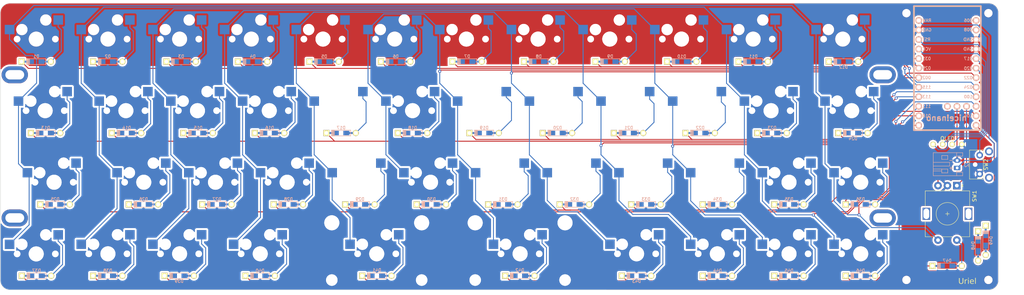
<source format=kicad_pcb>
(kicad_pcb (version 20241229) (generator "pcbnew") (generator_version "9.0")
  (title_block (title "Uriel v3") (date "2025-12-29"))
  (layers (0 "F.Cu" signal) (2 "B.Cu" signal) (13 "F.Paste" user) (15 "B.Paste" user) (5 "F.SilkS" user "F.Silkscreen") (7 "B.SilkS" user "B.Silkscreen") (1 "F.Mask" user) (3 "B.Mask" user) (25 "Edge.Cuts" user))
  (net 0 "")
  (net 1 "Net-(D1-A)")
  (net 2 "row0")
  (net 3 "Net-(D2-A)")
  (net 4 "Net-(D3-A)")
  (net 5 "Net-(D4-A)")
  (net 6 "Net-(D5-A)")
  (net 7 "Net-(D6-A)")
  (net 8 "Net-(D7-A)")
  (net 9 "Net-(D8-A)")
  (net 10 "Net-(D9-A)")
  (net 11 "Net-(D10-A)")
  (net 12 "Net-(D11-A)")
  (net 13 "Net-(D12-A)")
  (net 14 "Net-(D13-A)")
  (net 15 "row1")
  (net 16 "Net-(D14-A)")
  (net 17 "Net-(D15-A)")
  (net 18 "Net-(D16-A)")
  (net 19 "Net-(D17-A)")
  (net 20 "Net-(D18-A)")
  (net 21 "Net-(D19-A)")
  (net 22 "row5")
  (net 23 "Net-(D20-A)")
  (net 24 "Net-(D21-A)")
  (net 25 "Net-(D22-A)")
  (net 26 "Net-(D23-A)")
  (net 27 "Net-(D24-A)")
  (net 28 "Net-(D25-A)")
  (net 29 "row2")
  (net 30 "Net-(D26-A)")
  (net 31 "Net-(D27-A)")
  (net 32 "Net-(D28-A)")
  (net 33 "Net-(D29-A)")
  (net 34 "Net-(D30-A)")
  (net 35 "Net-(D31-A)")
  (net 36 "row6")
  (net 37 "Net-(D32-A)")
  (net 38 "Net-(D33-A)")
  (net 39 "Net-(D34-A)")
  (net 40 "Net-(D35-A)")
  (net 41 "Net-(D36-A)")
  (net 42 "Net-(D37-A)")
  (net 43 "row3")
  (net 44 "Net-(D38-A)")
  (net 45 "Net-(D39-A)")
  (net 46 "Net-(D40-A)")
  (net 47 "Net-(D41-A)")
  (net 48 "Net-(D42-A)")
  (net 49 "Net-(D43-A)")
  (net 50 "Net-(D44-A)")
  (net 51 "Net-(D45-A)")
  (net 52 "Net-(D46-A)")
  (net 53 "Net-(D47-A)")
  (net 54 "SDA")
  (net 55 "SCL")
  (net 56 "VCC")
  (net 57 "GND")
  (net 58 "col0")
  (net 59 "col1")
  (net 60 "col2")
  (net 61 "col3")
  (net 62 "col4")
  (net 63 "col5")
  (net 64 "RST")
  (net 65 "row7")
  (net 66 "row4")
  (net 67 "rot1")
  (net 68 "rot0")
  (net 69 "Net-(J2-Pin_1)")
  (footprint "Keebio:Diode-Hybrid-Back" (layer "F.Cu") (at 120 75.5 180)
    (property "Reference" "D6")
    (property "Value" "D" (hide yes))
  )
  (footprint "kbd:OLED_v2" (layer "F.Cu") (at 266.6125 97.5)
    (property "Reference" "J1")
    (property "Value" "SSD1306_OLED" (hide yes))
  )
  (footprint "mx footprints:MXOnly-1U-Hotswap" (layer "F.Cu") (at 176.9 69.5)
    (property "Reference" "K9")
    (property "Value" "KEYSW")
  )
  (footprint "Keebio:Diode-Hybrid-Back" (layer "F.Cu") (at 62.5 132.5 180)
    (property "Reference" "D39")
    (property "Value" "D" (hide yes))
  )
  (footprint "Keebio:Diode-Hybrid-Back" (layer "F.Cu") (at 177 75.5 180)
    (property "Reference" "D9")
    (property "Value" "D" (hide yes))
  )
  (footprint "Keebio:Diode-Hybrid-Back" (layer "F.Cu") (at 224.5 113.5 180)
    (property "Reference" "D35")
    (property "Value" "D" (hide yes))
  )
  (footprint "Keebio:Diode-Hybrid-Back" (layer "F.Cu") (at 163 94.5 180)
    (property "Reference" "D20")
    (property "Value" "D" (hide yes))
  )
  (footprint "Keebio:Diode-Hybrid-Back" (layer "F.Cu") (at 24.5 75.5 180)
    (property "Reference" "D1")
    (property "Value" "D" (hide yes))
  )
  (footprint "mx footprints:MXOnly-1U-Hotswap" (layer "F.Cu") (at 110.225 107.6)
    (property "Reference" "K29")
    (property "Value" "KEYSW")
  )
  (footprint "mx footprints:MXOnly-1U-Hotswap" (layer "F.Cu") (at 43.55 126.65)
    (property "Reference" "K38")
    (property "Value" "KEYSW")
  )
  (footprint "mx footprints:MXOnly-2U-Hotswap-ReversedStabilizers" (layer "F.Cu") (at 153.075 126.65)
    (property "Reference" "K42")
    (property "Value" "KEYSW")
  )
  (footprint "mx footprints:MXOnly-1U-Hotswap" (layer "F.Cu") (at 195.95 69.5)
    (property "Reference" "K10")
    (property "Value" "KEYSW")
  )
  (footprint "Keyboard Parts:PKRH" (layer "F.Cu") (at 249.4 117.1)
    (property "Reference" "Mnt" (hide yes))
    (property "Value" "PKRH")
  )
  (footprint "Keebio:Diode-Hybrid-Back" (layer "F.Cu") (at 148.5 113.5 180)
    (property "Reference" "D31")
    (property "Value" "D" (hide yes))
  )
  (footprint "Keebio:Diode-Hybrid-Back" (layer "F.Cu") (at 72.5 113.5 180)
    (property "Reference" "D27")
    (property "Value" "D" (hide yes))
  )
  (footprint "Keebio:Diode-Hybrid-Back" (layer "F.Cu") (at 196 75.5 180)
    (property "Reference" "D10")
    (property "Value" "D" (hide yes))
  )
  (footprint "Keebio:Diode-Hybrid-Back" (layer "F.Cu") (at 215 75.5 180)
    (property "Reference" "D11")
    (property "Value" "D" (hide yes))
  )
  (footprint "MountingHole:MountingHole_2.2mm_M2" (layer "F.Cu") (at 255.725 133.6)
    (property "Reference" "Acryl Mount" (hide yes))
    (property "Value" "MountingHole_2.2mm_M2")
  )
  (footprint "mx footprints:MXOnly-1.25U-Hotswap" (layer "F.Cu") (at 184.025 126.65)
    (property "Reference" "K43")
    (property "Value" "KEYSW")
  )
  (footprint "Keebio:Diode-Hybrid-Back" (layer "F.Cu") (at 115 132.5 180)
    (property "Reference" "D41")
    (property "Value" "D" (hide yes))
  )
  (footprint "Keebio:Diode-Hybrid-Back" (layer "F.Cu") (at 205.5 113.5 180)
    (property "Reference" "D34")
    (property "Value" "D" (hide yes))
  )
  (footprint "Keebio:Diode-Hybrid-Back" (layer "F.Cu") (at 241.5 94.5 180)
    (property "Reference" "D24")
    (property "Value" "D" (hide yes))
  )
  (footprint "Keebio:Diode-Hybrid-Back" (layer "F.Cu") (at 274.77 124.54 90)
    (property "Reference" "D48")
    (property "Value" "D" (hide yes))
  )
  (footprint "mx footprints:MXOnly-1U-Hotswap" (layer "F.Cu") (at 91.175 107.6)
    (property "Reference" "K28")
    (property "Value" "KEYSW")
  )
  (footprint "mx footprints:MXOnly-1U-Hotswap" (layer "F.Cu") (at 148.325 107.6)
    (property "Reference" "K31")
    (property "Value" "KEYSW")
  )
  (footprint "Keebio:Diode-Hybrid-Back" (layer "F.Cu") (at 110.5 113.5 180)
    (property "Reference" "D29")
    (property "Value" "D" (hide yes))
  )
  (footprint "mx footprints:MXOnly-1U-Hotswap" (layer "F.Cu") (at 143.55 88.55)
    (property "Reference" "K19")
    (property "Value" "KEYSW")
  )
  (footprint "Keebio:Diode-Hybrid-Back" (layer "F.Cu") (at 205.5 132.5 180)
    (property "Reference" "D44")
    (property "Value" "D" (hide yes))
  )
  (footprint "mx footprints:MXOnly-1U-Hotswap" (layer "F.Cu") (at 43.55 69.5)
    (property "Reference" "K2")
    (property "Value" "KEYSW")
  )
  (footprint "mx footprints:MXOnly-1U-Hotswap" (layer "F.Cu") (at 62.6 126.65)
    (property "Reference" "K39")
    (property "Value" "KEYSW")
  )
  (footprint "mx footprints:MXOnly-1U-Hotswap" (layer "F.Cu") (at 24.5 126.675)
    (property "Reference" "K37")
    (property "Value" "KEYSW")
  )
  (footprint "Keebio:Diode-Hybrid-Back" (layer "F.Cu") (at 143.5 94.5 180)
    (property "Reference" "D19")
    (property "Value" "D" (hide yes))
  )
  (footprint "Keebio:Diode-Hybrid-Back" (layer "F.Cu") (at 158 75.5 180)
    (property "Reference" "D8")
    (property "Value" "D" (hide yes))
  )
  (footprint "MountingHole:MountingHole_2.2mm_M2" (layer "F.Cu") (at 277.5 133.6)
    (property "Reference" "Acryl Mount" (hide yes))
    (property "Value" "MountingHole_2.2mm_M2")
  )
  (footprint "mx footprints:MXOnly-1U-Hotswap" (layer "F.Cu") (at 243.575 126.65)
    (property "Reference" "K46")
    (property "Value" "KEYSW")
  )
  (footprint "mx footprints:MXOnly-1U-Hotswap" (layer "F.Cu") (at 200.7 88.55)
    (property "Reference" "K22")
    (property "Value" "KEYSW")
  )
  (footprint "Keebio:Diode-Hybrid-Back" (layer "F.Cu") (at 48.5 94.5 180)
    (property "Reference" "D14")
    (property "Value" "D" (hide yes))
  )
  (footprint "Keebio:Diode-Hybrid-Back" (layer "F.Cu") (at 200.9 94.5 180)
    (property "Reference" "D22")
    (property "Value" "D" (hide yes))
  )
  (footprint "Keebio:Diode-Hybrid-Back" (layer "F.Cu") (at 82 75.5 180)
    (property "Reference" "D4")
    (property "Value" "D" (hide yes))
  )
  (footprint "Keebio:RotaryEncoder_Alps_EC11E-Switch_Vertical_H20mm" (layer "F.Cu") (at 266.6125 116 -90)
    (property "Reference" "SW1")
    (property "Value" "RotaryEncoder_Switch")
  )
  (footprint "mx footprints:MXOnly-1U-Hotswap" (layer "F.Cu") (at 48.325 88.55)
    (property "Reference" "K14")
    (property "Value" "KEYSW")
  )
  (footprint "mx footprints:MXOnly-1U-Hotswap" (layer "F.Cu") (at 24.5 69.5)
    (property "Reference" "K1")
    (property "Value" "KEYSW")
  )
  (footprint "mx footprints:MXOnly-1U-Hotswap" (layer "F.Cu") (at 67.35 88.55)
    (property "Reference" "K15")
    (property "Value" "KEYSW")
  )
  (footprint "mx footprints:MXOnly-1U-Hotswap" (layer "F.Cu") (at 243.575 107.6)
    (property "Reference" "K36")
    (property "Value" "KEYSW")
  )
  (footprint "mx footprints:MXOnly-1.5U-Hotswap" (layer "F.Cu") (at 238.8 69.5)
    (property "Reference" "K12")
    (property "Value" "KEYSW")
  )
  (footprint "mx footprints:MXOnly-1U-Hotswap" (layer "F.Cu") (at 124.5 88.55)
    (property "Reference" "K18")
    (property "Value" "KEYSW")
  )
  (footprint "mx footprints:MXOnly-1U-Hotswap" (layer "F.Cu") (at 215 69.5)
    (property "Reference" "K11")
    (property "Value" "KEYSW")
  )
  (footprint "Keebio:Diode-Hybrid-Back" (layer "F.Cu") (at 167.5 113.5 180)
    (property "Reference" "D32")
    (property "Value" "D" (hide yes))
  )
  (footprint "Keebio:Diode-Hybrid-Back" (layer "F.Cu") (at 276.78 123.07 90)
    (property "Reference" "D49")
    (property "Value" "D" (hide yes))
  )
  (footprint "Keebio:Diode-Hybrid-Back" (layer "F.Cu") (at 43.5 75.5 180)
    (property "Reference" "D2")
    (property "Value" "D" (hide yes))
  )
  (footprint "Keyboard Parts:PKRH" (layer "F.Cu") (at 248.8 79)
    (property "Reference" "Mnt" (hide yes))
    (property "Value" "PKRH")
  )
  (footprint "Keebio:Diode-Hybrid-Back" (layer "F.Cu") (at 53 113.5 180)
    (property "Reference" "D26")
    (property "Value" "D" (hide yes))
  )
  (footprint "mx footprints:MXOnly-1U-Hotswap" (layer "F.Cu") (at 100.7 69.5)
    (property "Reference" "K5")
    (property "Value" "KEYSW")
  )
  (footprint "mx footprints:MXOnly-1U-Hotswap" (layer "F.Cu") (at 205.475 126.65)
    (property "Reference" "K44")
    (property "Value" "KEYSW")
  )
  (footprint "Keebio:Diode-Hybrid-Back" (layer "F.Cu") (at 29.5 113.5 180)
    (property "Reference" "D25")
    (property "Value" "D" (hide yes))
  )
  (footprint "mx footprints:MXOnly-1U-Hotswap" (layer "F.Cu") (at 157.85 69.5)
    (property "Reference" "K8")
    (property "Value" "KEYSW")
  )
  (footprint "mx footprints:MXOnly-1U-Hotswap" (layer "F.Cu") (at 129.275 107.6)
    (property "Reference" "K30")
    (property "Value" "KEYSW")
  )
  (footprint "mx footprints:MXOnly-1U-Hotswap" (layer "F.Cu") (at 167.375 107.6)
    (property "Reference" "K32")
    (property "Value" "KEYSW")
  )
  (footprint "mx footprints:MXOnly-1U-Hotswap" (layer "F.Cu") (at 224.525 126.65)
    (property "Reference" "K45")
    (property "Value" "KEYSW")
  )
  (footprint "mx footprints:MXOnly-1U-Hotswap" (layer "F.Cu") (at 81.65 69.5)
    (property "Reference" "K4")
    (property "Value" "KEYSW")
  )
  (footprint "Keebio:Diode-Hybrid-Back" (layer "F.Cu") (at 101 75.5 180)
    (property "Reference" "D5")
    (property "Value" "D" (hide yes))
  )
  (footprint "Keebio:Diode-Hybrid-Back" (layer "F.Cu") (at 224.5 132.5 180)
    (property "Reference" "D45")
    (property "Value" "D" (hide yes))
  )
  (footprint "mx footprints:MXOnly-1.25U-Hotswap" (layer "F.Cu") (at 84.025 126.65)
    (property "Reference" "K40")
    (property "Value" "KEYSW")
  )
  (footprint "Keebio:Diode-Hybrid-Back" (layer "F.Cu") (at 239 75.5 180)
    (property "Reference" "D12")
    (property "Value" "D" (hide yes))
  )
  (footprint "mx footprints:MXOnly-1U-Hotswap" (layer "F.Cu") (at 105.45 88.55)
    (property "Reference" "K17")
    (property "Value" "KEYSW")
  )
  (footprint "mx footprints:MXOnly-1U-Hotswap" (layer "F.Cu") (at 62.6 69.5)
    (property "Reference" "K3")
    (property "Value" "KEYSW")
  )
  (footprint "mx footprints:MXOnly-1U-Hotswap" (layer "F.Cu") (at 181.65 88.55)
    (property "Reference" "K21")
    (property "Value" "KEYSW")
  )
  (footprint "mx footprints:MXOnly-1U-Hotswap" (layer "F.Cu") (at 162.625 88.55)
    (property "Reference" "K20")
    (property "Value" "KEYSW")
  )
  (footprint "mx footprints:MXOnly-1U-Hotswap" (layer "F.Cu") (at 86.425 88.55)
    (property "Reference" "K16")
    (property "Value" "KEYSW")
  )
  (footprint "mx footprints:MXOnly-1U-Hotswap" (layer "F.Cu") (at 72.125 107.6)
    (property "Reference" "K27")
    (property "Value" "KEYSW")
  )
  (footprint "Keebio:Diode-Hybrid-Back" (layer "F.Cu") (at 186.5 113.5 180)
    (property "Reference" "D33")
    (property "Value" "D" (hide yes))
  )
  (footprint "Keyboard Parts:PKRH" (layer "F.Cu") (at 18.8 79.1)
    (property "Reference" "Mnt" (hide yes))
    (property "Value" "PKRH")
  )
  (footprint "mx footprints:MXOnly-1U-Hotswap" (layer "F.Cu") (at 205.475 107.6)
    (property "Reference" "K34")
    (property "Value" "KEYSW")
  )
  (footprint "Keebio:Diode-Hybrid-Back" (layer "F.Cu") (at 91.5 113.5 180)
    (property "Reference" "D28")
    (property "Value" "D" (hide yes))
  )
  (footprint "Keebio:Diode-Hybrid-Back" (layer "F.Cu") (at 67.5 94.5 180)
    (property "Reference" "D15")
    (property "Value" "D" (hide yes))
  )
  (footprint "mx footprints:MXOnly-1U-Hotswap" (layer "F.Cu") (at 53.075 107.6)
    (property "Reference" "K26")
    (property "Value" "KEYSW")
  )
  (footprint "MountingHole:MountingHole_2.2mm_M2" (layer "F.Cu") (at 255.725 62.6)
    (property "Reference" "Acryl Mount" (hide yes))
    (property "Value" "MountingHole_2.2mm_M2")
  )
  (footprint "Keebio:Diode-Hybrid-Back" (layer "F.Cu") (at 139 75.5 180)
    (property "Reference" "D7")
    (property "Value" "D" (hide yes))
  )
  (footprint "Keebio:Diode-Hybrid-Back" (layer "F.Cu") (at 24.58 132.5 180)
    (property "Reference" "D37")
    (property "Value" "D" (hide yes))
  )
  (footprint "mx footprints:MXOnly-1U-Hotswap" (layer "F.Cu") (at 138.8 69.5)
    (property "Reference" "K7")
    (property "Value" "KEYSW")
  )
  (footprint "Keebio:Diode-Hybrid-Back" (layer "F.Cu") (at 86.5 94.5 180)
    (property "Reference" "D16")
    (property "Value" "D" (hide yes))
  )
  (footprint "mx footprints:MXOnly-1U-Hotswap" (layer "F.Cu") (at 186.425 107.6)
    (property "Reference" "K33")
    (property "Value" "KEYSW")
  )
  (footprint "Keebio:Diode-Hybrid-Back" (layer "F.Cu") (at 105.5 94.5 180)
    (property "Reference" "D17")
    (property "Value" "D" (hide yes))
  )
  (footprint "Keebio:Diode-Hybrid-Back" (layer "F.Cu") (at 43.5 132.5 180)
    (property "Reference" "D38")
    (property "Value" "D" (hide yes))
  )
  (footprint "mx footprints:MXOnly-1U-Hotswap" (layer "F.Cu") (at 224.525 107.6)
    (property "Reference" "K35")
    (property "Value" "KEYSW")
  )
  (footprint "mx footprints:MXOnly-1.25U-Hotswap" (layer "F.Cu") (at 241.175 88.55)
    (property "Reference" "K24")
    (property "Value" "KEYSW")
  )
  (footprint "Keebio:Diode-Hybrid-Back" (layer "F.Cu") (at 243.5 132.5 180)
    (property "Reference" "D46")
    (property "Value" "D" (hide yes))
  )
  (footprint "mx footprints:MXOnly-1U-Hotswap" (layer "F.Cu") (at 119.75 69.5)
    (property "Reference" "K6")
    (property "Value" "KEYSW")
  )
  (footprint "Keyboard Parts:PKRH" (layer "F.Cu") (at 18.8 117.1)
    (property "Reference" "Mnt" (hide yes))
    (property "Value" "PKRH")
  )
  (footprint "Keebio:Diode-Hybrid-Back" (layer "F.Cu") (at 220 94.5 180)
    (property "Reference" "D23")
    (property "Value" "D" (hide yes))
  )
  (footprint "mx footprints:MXOnly-1.25U-Hotswap" (layer "F.Cu") (at 26.875 88.55)
    (property "Reference" "K13")
    (property "Value" "KEYSW")
  )
  (footprint "Keebio:Diode-Hybrid-Back" (layer "F.Cu") (at 184 132.5 180)
    (property "Reference" "D43")
    (property "Value" "D" (hide yes))
  )
  (footprint "Keebio:Diode-Hybrid-Back" (layer "F.Cu") (at 266.525 129.875 180)
    (property "Reference" "D47")
    (property "Value" "D" (hide yes))
  )
  (footprint "Keebio:Diode-Hybrid-Back" (layer "F.Cu") (at 84 132.5 180)
    (property "Reference" "D40")
    (property "Value" "D" (hide yes))
  )
  (footprint "Keebio:Diode-Hybrid-Back" (layer "F.Cu") (at 124.5 94.5 180)
    (property "Reference" "D18")
    (property "Value" "D" (hide yes))
  )
  (footprint "MountingHole:MountingHole_2.2mm_M2" (layer "F.Cu") (at 277.5 62.6)
    (property "Reference" "Acryl Mount" (hide yes))
    (property "Value" "MountingHole_2.2mm_M2")
  )
  (footprint "Keebio:Diode-Hybrid-Back" (layer "F.Cu") (at 27 94.5 180)
    (property "Reference" "D13")
    (property "Value" "D" (hide yes))
  )
  (footprint "mx footprints:MXOnly-1U-Hotswap" (layer "F.Cu") (at 219.75 88.55)
    (property "Reference" "K23")
    (property "Value" "KEYSW")
  )
  (footprint "mx footprints:MXOnly-1.5U-Hotswap" (layer "F.Cu") (at 29.25 107.6)
    (property "Reference" "K25")
    (property "Value" "KEYSW")
  )
  (footprint "Keebio:Diode-Hybrid-Back" (layer "F.Cu") (at 243.5 113.5 180)
    (property "Reference" "D36")
    (property "Value" "D" (hide yes))
  )
  (footprint "Keebio:Diode-Hybrid-Back" (layer "F.Cu") (at 129.5 113.5 180)
    (property "Reference" "D30")
    (property "Value" "D" (hide yes))
  )
  (footprint "Keebio:Diode-Hybrid-Back" (layer "F.Cu") (at 63 75.5 180)
    (property "Reference" "D3")
    (property "Value" "D" (hide yes))
  )
  (footprint "Keebio:Diode-Hybrid-Back" (layer "F.Cu") (at 181.9 94.5 180)
    (property "Reference" "D21")
    (property "Value" "D" (hide yes))
  )
  (footprint "mx footprints:MXOnly-2U-Hotswap-ReversedStabilizers" (layer "F.Cu") (at 114.975 126.65)
    (property "Reference" "K41")
    (property "Value" "KEYSW")
  )
  (footprint "Keebio:Diode-Hybrid-Back" (layer "F.Cu") (at 153 132.5 180)
    (property "Reference" "D42")
    (property "Value" "D" (hide yes))
  )
  (footprint "Keebio:SW_Tactile_SPST_Angled_MJTP1117" (layer "F.Cu") (at 275.1875 105.4 90)
    (property "Reference" "SW2")
    (property "Value" "SW_Push")
  )
  (footprint "nice!nano:nice_nano" (layer "B.Cu") (at 266.6125 78.5 -90)
    (property "Reference" "U2" (hide yes))
    (property "Value" "nice!nano" (hide yes))
  )
  (footprint "Connector_JST:JST_PH_S2B-PH-K_1x02_P2.00mm_Horizontal" (layer "B.Cu") (at 269.2 103.8 90)
    (property "Reference" "J2")
    (property "Value" "JST")
  )
  (gr_line (start 17.5 136.2) (end 277.625 136.2) (stroke (width 0.1)) (layer "Edge.Cuts"))
  (gr_line (start 277.625 60) (end 17.5 60) (stroke (width 0.1)) (layer "Edge.Cuts"))
  (gr_line (start 15 62.5) (end 15 133.7) (stroke (width 0.1)) (layer "Edge.Cuts"))
  (gr_arc (start 277.625 60) (mid 279.392767 60.732233) (end 280.125 62.5) (stroke (width 0.1)) (layer "Edge.Cuts"))
  (gr_arc (start 15 62.5) (mid 15.732233 60.732233) (end 17.5 60) (stroke (width 0.1)) (layer "Edge.Cuts"))
  (gr_arc (start 280.125001 133.700001) (mid 279.392767 135.467768) (end 277.625 136.2) (stroke (width 0.1)) (layer "Edge.Cuts"))
  (gr_arc (start 17.5 136.2) (mid 15.732234 135.467767) (end 15.000001 133.700001) (stroke (width 0.1)) (layer "Edge.Cuts"))
  (gr_line (start 280.125 133.7) (end 280.125 62.5) (stroke (width 0.1)) (layer "Edge.Cuts"))
  (gr_text "Uriel" (at 269.487989 134.89 0) (layer "F.SilkS") (effects (font (size 1.5 1.5) (thickness 0.125)) (justify left bottom)))
  (gr_text "+" (at 267.6 103.775 0) (layer "B.SilkS") (effects (font (size 1 1))))
  (gr_text "-" (at 267.6 101.725 0) (layer "B.SilkS") (effects (font (size 1 1))))
  (segment (start 30.342 64.42) (end 30.342 66.242) (width 0.25) (layer "B.Cu") (net 1))
  (segment (start 31.175 72.725) (end 28.4 75.5) (width 0.25) (layer "B.Cu") (net 1))
  (segment (start 31.175 67.075) (end 31.175 72.725) (width 0.25) (layer "B.Cu") (net 1))
  (segment (start 30.342 66.242) (end 31.175 67.075) (width 0.25) (layer "B.Cu") (net 1))
  (segment (start 245.696198 75.13952) (end 256.90202 75.13952) (width 0.25) (layer "F.Cu") (net 2))
  (segment (start 60.89952 77.29952) (end 41.39952 77.29952) (width 0.25) (layer "F.Cu") (net 2))
  (segment (start 41.39952 77.29952) (end 39.6 75.5) (width 0.25) (layer "F.Cu") (net 2))
  (segment (start 60.89952 77.29952) (end 59.1 75.5) (width 0.25) (layer "F.Cu") (net 2))
  (segment (start 243.536198 77.29952) (end 245.696198 75.13952) (width 0.25) (layer "F.Cu") (net 2))
  (segment (start 256.90202 75.13952) (end 258.9925 77.23) (width 0.25) (layer "F.Cu") (net 2))
  (segment (start 98.89952 77.29952) (end 97.1 75.5) (width 0.25) (layer "F.Cu") (net 2))
  (segment (start 117.89952 77.29952) (end 98.89952 77.29952) (width 0.25) (layer "F.Cu") (net 2))
  (segment (start 41.39952 77.29952) (end 22.39952 77.29952) (width 0.25) (layer "F.Cu") (net 2))
  (segment (start 116.1 75.5) (end 117.89952 77.29952) (width 0.25) (layer "F.Cu") (net 2))
  (segment (start 79.89952 77.29952) (end 60.89952 77.29952) (width 0.25) (layer "F.Cu") (net 2))
  (segment (start 98.89952 77.29952) (end 79.89952 77.29952) (width 0.25) (layer "F.Cu") (net 2))
  (segment (start 22.39952 77.29952) (end 20.6 75.5) (width 0.25) (layer "F.Cu") (net 2))
  (segment (start 79.89952 77.29952) (end 78.1 75.5) (width 0.25) (layer "F.Cu") (net 2))
  (segment (start 117.89952 77.29952) (end 243.536198 77.29952) (width 0.25) (layer "F.Cu") (net 2))
  (segment (start 49.392 66.492) (end 50.3 67.4) (width 0.25) (layer "B.Cu") (net 3))
  (segment (start 50.3 72.6) (end 47.4 75.5) (width 0.25) (layer "B.Cu") (net 3))
  (segment (start 49.392 64.42) (end 49.392 66.492) (width 0.25) (layer "B.Cu") (net 3))
  (segment (start 50.3 67.4) (end 50.3 72.6) (width 0.25) (layer "B.Cu") (net 3))
  (segment (start 68.442 66.417) (end 69.225 67.2) (width 0.25) (layer "B.Cu") (net 4))
  (segment (start 68.442 64.42) (end 68.442 66.417) (width 0.25) (layer "B.Cu") (net 4))
  (segment (start 69.225 73.175) (end 66.9 75.5) (width 0.25) (layer "B.Cu") (net 4))
  (segment (start 69.225 67.2) (end 69.225 73.175) (width 0.25) (layer "B.Cu") (net 4))
  (segment (start 87.492 64.42) (end 87.492 66.442) (width 0.25) (layer "B.Cu") (net 5))
  (segment (start 88.55 67.5) (end 88.55 72.85) (width 0.25) (layer "B.Cu") (net 5))
  (segment (start 88.55 72.85) (end 85.9 75.5) (width 0.25) (layer "B.Cu") (net 5))
  (segment (start 87.492 66.442) (end 88.55 67.5) (width 0.25) (layer "B.Cu") (net 5))
  (segment (start 106.542 66.517) (end 107.325 67.3) (width 0.25) (layer "B.Cu") (net 6))
  (segment (start 107.325 67.3) (end 107.325 73.075) (width 0.25) (layer "B.Cu") (net 6))
  (segment (start 106.542 64.42) (end 106.542 66.517) (width 0.25) (layer "B.Cu") (net 6))
  (segment (start 107.325 73.075) (end 104.9 75.5) (width 0.25) (layer "B.Cu") (net 6))
  (segment (start 125.592 64.42) (end 125.592 66.342) (width 0.25) (layer "B.Cu") (net 7))
  (segment (start 126.475 67.225) (end 126.475 72.925) (width 0.25) (layer "B.Cu") (net 7))
  (segment (start 126.475 72.925) (end 123.9 75.5) (width 0.25) (layer "B.Cu") (net 7))
  (segment (start 125.592 66.342) (end 126.475 67.225) (width 0.25) (layer "B.Cu") (net 7))
  (segment (start 145.375 73.025) (end 142.9 75.5) (width 0.25) (layer "B.Cu") (net 8))
  (segment (start 144.642 64.42) (end 144.642 66.617) (width 0.25) (layer "B.Cu") (net 8))
  (segment (start 144.642 66.617) (end 145.375 67.35) (width 0.25) (layer "B.Cu") (net 8))
  (segment (start 145.375 67.35) (end 145.375 73.025) (width 0.25) (layer "B.Cu") (net 8))
  (segment (start 163.692 66.417) (end 164.65 67.375) (width 0.25) (layer "B.Cu") (net 9))
  (segment (start 164.65 67.375) (end 164.65 72.75) (width 0.25) (layer "B.Cu") (net 9))
  (segment (start 164.65 72.75) (end 161.9 75.5) (width 0.25) (layer "B.Cu") (net 9))
  (segment (start 163.692 64.42) (end 163.692 66.417) (width 0.25) (layer "B.Cu") (net 9))
  (segment (start 183.925 72.475) (end 180.9 75.5) (width 0.25) (layer "B.Cu") (net 10))
  (segment (start 182.742 66.967) (end 183.925 68.15) (width 0.25) (layer "B.Cu") (net 10))
  (segment (start 183.925 68.15) (end 183.925 72.475) (width 0.25) (layer "B.Cu") (net 10))
  (segment (start 182.742 64.42) (end 182.742 66.967) (width 0.25) (layer "B.Cu") (net 10))
  (segment (start 201.792 64.42) (end 201.792 66.467) (width 0.25) (layer "B.Cu") (net 11))
  (segment (start 202.775 67.45) (end 202.775 72.625) (width 0.25) (layer "B.Cu") (net 11))
  (segment (start 202.775 72.625) (end 199.9 75.5) (width 0.25) (layer "B.Cu") (net 11))
  (segment (start 201.792 66.467) (end 202.775 67.45) (width 0.25) (layer "B.Cu") (net 11))
  (segment (start 222.025 72.375) (end 218.9 75.5) (width 0.25) (layer "B.Cu") (net 12))
  (segment (start 220.842 64.42) (end 220.842 66.617) (width 0.25) (layer "B.Cu") (net 12))
  (segment (start 222.025 67.8) (end 222.025 72.375) (width 0.25) (layer "B.Cu") (net 12))
  (segment (start 220.842 66.617) (end 222.025 67.8) (width 0.25) (layer "B.Cu") (net 12))
  (segment (start 245.7 72.7) (end 242.9 75.5) (width 0.25) (layer "B.Cu") (net 13))
  (segment (start 244.642 64.42) (end 244.642 66.442) (width 0.25) (layer "B.Cu") (net 13))
  (segment (start 245.7 67.5) (end 245.7 72.7) (width 0.25) (layer "B.Cu") (net 13))
  (segment (start 244.642 66.442) (end 245.7 67.5) (width 0.25) (layer "B.Cu") (net 13))
  (segment (start 32.717 85.667) (end 33.4 86.35) (width 0.25) (layer "B.Cu") (net 14))
  (segment (start 33.4 86.35) (end 33.4 92) (width 0.25) (layer "B.Cu") (net 14))
  (segment (start 33.4 92) (end 30.9 94.5) (width 0.25) (layer "B.Cu") (net 14))
  (segment (start 32.717 83.47) (end 32.717 85.667) (width 0.25) (layer "B.Cu") (net 14))
  (segment (start 84.77452 96.67452) (end 65.77452 96.67452) (width 0.25) (layer "F.Cu") (net 15))
  (segment (start 84.77452 96.67452) (end 82.6 94.5) (width 0.25) (layer "F.Cu") (net 15))
  (segment (start 65.77452 96.67452) (end 46.77452 96.67452) (width 0.25) (layer "F.Cu") (net 15))
  (segment (start 65.77452 96.67452) (end 63.6 94.5) (width 0.25) (layer "F.Cu") (net 15))
  (segment (start 103.77452 96.67452) (end 122.77452 96.67452) (width 0.25) (layer "F.Cu") (net 15))
  (segment (start 255.43 79.77) (end 258.9925 79.77) (width 0.25) (layer "F.Cu") (net 15))
  (segment (start 246.211198 96.67452) (end 249.09952 93.786198) (width 0.25) (layer "F.Cu") (net 15))
  (segment (start 101.6 94.5) (end 103.77452 96.67452) (width 0.25) (layer "F.Cu") (net 15))
  (segment (start 249.09952 86.10048) (end 255.43 79.77) (width 0.25) (layer "F.Cu") (net 15))
  (segment (start 46.77452 96.67452) (end 44.6 94.5) (width 0.25) (layer "F.Cu") (net 15))
  (segment (start 103.77452 96.67452) (end 84.77452 96.67452) (width 0.25) (layer "F.Cu") (net 15))
  (segment (start 120.6 94.5) (end 122.77452 96.67452) (width 0.25) (layer "F.Cu") (net 15))
  (segment (start 122.77452 96.67452) (end 246.211198 96.67452) (width 0.25) (layer "F.Cu") (net 15))
  (segment (start 249.09952 93.786198) (end 249.09952 86.10048) (width 0.25) (layer "F.Cu") (net 15))
  (segment (start 25.27452 96.67452) (end 23.1 94.5) (width 0.25) (layer "F.Cu") (net 15))
  (segment (start 46.77452 96.67452) (end 25.27452 96.67452) (width 0.25) (layer "F.Cu") (net 15))
  (segment (start 54.9 92) (end 52.4 94.5) (width 0.25) (layer "B.Cu") (net 16))
  (segment (start 54.167 85.242) (end 54.9 85.975) (width 0.25) (layer "B.Cu") (net 16))
  (segment (start 54.167 83.47) (end 54.167 85.242) (width 0.25) (layer "B.Cu") (net 16))
  (segment (start 54.9 85.975) (end 54.9 92) (width 0.25) (layer "B.Cu") (net 16))
  (segment (start 74.075 91.825) (end 71.4 94.5) (width 0.25) (layer "B.Cu") (net 17))
  (segment (start 74.075 86.175) (end 74.075 91.825) (width 0.25) (layer "B.Cu") (net 17))
  (segment (start 73.192 83.47) (end 73.192 85.292) (width 0.25) (layer "B.Cu") (net 17))
  (segment (start 73.192 85.292) (end 74.075 86.175) (width 0.25) (layer "B.Cu") (net 17))
  (segment (start 92.267 83.47) (end 92.267 85.317) (width 0.25) (layer "B.Cu") (net 18))
  (segment (start 93.275 91.625) (end 90.4 94.5) (width 0.25) (layer "B.Cu") (net 18))
  (segment (start 93.275 86.325) (end 93.275 91.625) (width 0.25) (layer "B.Cu") (net 18))
  (segment (start 92.267 85.317) (end 93.275 86.325) (width 0.25) (layer "B.Cu") (net 18))
  (segment (start 111.292 85.342) (end 112.15 86.2) (width 0.25) (layer "B.Cu") (net 19))
  (segment (start 112.15 91.75) (end 109.4 94.5) (width 0.25) (layer "B.Cu") (net 19))
  (segment (start 112.15 86.2) (end 112.15 91.75) (width 0.25) (layer "B.Cu") (net 19))
  (segment (start 111.292 83.47) (end 111.292 85.342) (width 0.25) (layer "B.Cu") (net 19))
  (segment (start 130.342 83.47) (end 130.342 85.067) (width 0.25) (layer "B.Cu") (net 20))
  (segment (start 131.475 86.2) (end 131.475 91.425) (width 0.25) (layer "B.Cu") (net 20))
  (segment (start 130.342 85.067) (end 131.475 86.2) (width 0.25) (layer "B.Cu") (net 20))
  (segment (start 131.475 91.425) (end 128.4 94.5) (width 0.25) (layer "B.Cu") (net 20))
  (segment (start 149.392 84.967) (end 150.775 86.35) (width 0.25) (layer "B.Cu") (net 21))
  (segment (start 150.775 86.35) (end 150.775 91.125) (width 0.25) (layer "B.Cu") (net 21))
  (segment (start 149.392 83.47) (end 149.392 84.967) (width 0.25) (layer "B.Cu") (net 21))
  (segment (start 150.775 91.125) (end 147.4 94.5) (width 0.25) (layer "B.Cu") (net 21))
  (segment (start 255.995093 78.569189) (end 273.031689 78.569189) (width 0.25) (layer "F.Cu") (net 22))
  (segment (start 198.725 96.225) (end 179.725 96.225) (width 0.25) (layer "F.Cu") (net 22))
  (segment (start 248.65 93.6) (end 248.65 85.914282) (width 0.25) (layer "F.Cu") (net 22))
  (segment (start 160.825 96.225) (end 141.325 96.225) (width 0.25) (layer "F.Cu") (net 22))
  (segment (start 217.825 96.225) (end 216.1 94.5) (width 0.25) (layer "F.Cu") (net 22))
  (segment (start 160.825 96.225) (end 159.1 94.5) (width 0.25) (layer "F.Cu") (net 22))
  (segment (start 198.725 96.225) (end 197 94.5) (width 0.25) (layer "F.Cu") (net 22))
  (segment (start 179.725 96.225) (end 160.825 96.225) (width 0.25) (layer "F.Cu") (net 22))
  (segment (start 239.325 96.225) (end 217.825 96.225) (width 0.25) (layer "F.Cu") (net 22))
  (segment (start 237.6 94.5) (end 239.325 96.225) (width 0.25) (layer "F.Cu") (net 22))
  (segment (start 217.825 96.225) (end 198.725 96.225) (width 0.25) (layer "F.Cu") (net 22))
  (segment (start 239.325 96.225) (end 246.025 96.225) (width 0.25) (layer "F.Cu") (net 22))
  (segment (start 246.025 96.225) (end 248.65 93.6) (width 0.25) (layer "F.Cu") (net 22))
  (segment (start 141.325 96.225) (end 139.6 94.5) (width 0.25) (layer "F.Cu") (net 22))
  (segment (start 248.65 85.914282) (end 255.995093 78.569189) (width 0.25) (layer "F.Cu") (net 22))
  (segment (start 273.031689 78.569189) (end 274.2325 79.77) (width 0.25) (layer "F.Cu") (net 22))
  (segment (start 179.725 96.225) (end 178 94.5) (width 0.25) (layer "F.Cu") (net 22))
  (segment (start 169.575 91.825) (end 166.9 94.5) (width 0.25) (layer "B.Cu") (net 23))
  (segment (start 168.467 85.017) (end 169.575 86.125) (width 0.25) (layer "B.Cu") (net 23))
  (segment (start 169.575 86.125) (end 169.575 91.825) (width 0.25) (layer "B.Cu") (net 23))
  (segment (start 168.467 83.47) (end 168.467 85.017) (width 0.25) (layer "B.Cu") (net 23))
  (segment (start 187.492 83.47) (end 187.492 85.517) (width 0.25) (layer "B.Cu") (net 24))
  (segment (start 188.65 86.675) (end 188.65 91.65) (width 0.25) (layer "B.Cu") (net 24))
  (segment (start 188.65 91.65) (end 185.8 94.5) (width 0.25) (layer "B.Cu") (net 24))
  (segment (start 187.492 85.517) (end 188.65 86.675) (width 0.25) (layer "B.Cu") (net 24))
  (segment (start 206.542 86.242) (end 207.6 87.3) (width 0.25) (layer "B.Cu") (net 25))
  (segment (start 206.542 83.47) (end 206.542 86.242) (width 0.25) (layer "B.Cu") (net 25))
  (segment (start 207.6 91.7) (end 204.8 94.5) (width 0.25) (layer "B.Cu") (net 25))
  (segment (start 207.6 87.3) (end 207.6 91.7) (width 0.25) (layer "B.Cu") (net 25))
  (segment (start 226.5 91.9) (end 223.9 94.5) (width 0.25) (layer "B.Cu") (net 26))
  (segment (start 226.5 86.425) (end 226.5 91.9) (width 0.25) (layer "B.Cu") (net 26))
  (segment (start 225.592 83.47) (end 225.592 85.517) (width 0.25) (layer "B.Cu") (net 26))
  (segment (start 225.592 85.517) (end 226.5 86.425) (width 0.25) (layer "B.Cu") (net 26))
  (segment (start 247.017 85.442) (end 247.95 86.375) (width 0.25) (layer "B.Cu") (net 27))
  (segment (start 247.017 83.47) (end 247.017 85.442) (width 0.25) (layer "B.Cu") (net 27))
  (segment (start 247.95 91.95) (end 245.4 94.5) (width 0.25) (layer "B.Cu") (net 27))
  (segment (start 247.95 86.375) (end 247.95 91.95) (width 0.25) (layer "B.Cu") (net 27))
  (segment (start 35.092 104.242) (end 35.9 105.05) (width 0.25) (layer "B.Cu") (net 28))
  (segment (start 35.9 105.05) (end 35.9 111) (width 0.25) (layer "B.Cu") (net 28))
  (segment (start 35.092 102.52) (end 35.092 104.242) (width 0.25) (layer "B.Cu") (net 28))
  (segment (start 35.9 111) (end 33.4 113.5) (width 0.25) (layer "B.Cu") (net 28))
  (segment (start 125.6 113.5) (end 127.575 115.475) (width 0.25) (layer "F.Cu") (net 29))
  (segment (start 249.586198 111.34952) (end 244.15048 111.34952) (width 0.25) (layer "F.Cu") (net 29))
  (segment (start 251.59952 109.336198) (end 249.586198 111.34952) (width 0.25) (layer "F.Cu") (net 29))
  (segment (start 90.575 115.475) (end 89.575 115.475) (width 0.25) (layer "F.Cu") (net 29))
  (segment (start 70.575 115.475) (end 68.6 113.5) (width 0.25) (layer "F.Cu") (net 29))
  (segment (start 253.330718 89.93) (end 251.59952 91.661198) (width 0.25) (layer "F.Cu") (net 29))
  (segment (start 244.15048 111.34952) (end 240.025 115.475) (width 0.25) (layer "F.Cu") (net 29))
  (segment (start 27.575 115.475) (end 25.6 113.5) (width 0.25) (layer "F.Cu") (net 29))
  (segment (start 51.075 115.475) (end 49.1 113.5) (width 0.25) (layer "F.Cu") (net 29))
  (segment (start 111.225 115.475) (end 90.575 115.475) (width 0.25) (layer "F.Cu") (net 29))
  (segment (start 51.775 115.475) (end 51.075 115.475) (width 0.25) (layer "F.Cu") (net 29))
  (segment (start 108.575 115.475) (end 106.6 113.5) (width 0.25) (layer "F.Cu") (net 29))
  (segment (start 127.575 115.475) (end 128.475 115.475) (width 0.25) (layer "F.Cu") (net 29))
  (segment (start 51.775 115.475) (end 27.575 115.475) (width 0.25) (layer "F.Cu") (net 29))
  (segment (start 128.475 115.475) (end 111.225 115.475) (width 0.25) (layer "F.Cu") (net 29))
  (segment (start 240.025 115.475) (end 128.475 115.475) (width 0.25) (layer "F.Cu") (net 29))
  (segment (start 251.59952 91.661198) (end 251.59952 109.336198) (width 0.25) (layer "F.Cu") (net 29))
  (segment (start 70.575 115.475) (end 51.775 115.475) (width 0.25) (layer "F.Cu") (net 29))
  (segment (start 258.9925 89.93) (end 253.330718 89.93) (width 0.25) (layer "F.Cu") (net 29))
  (segment (start 90.575 115.475) (end 70.575 115.475) (width 0.25) (layer "F.Cu") (net 29))
  (segment (start 89.575 115.475) (end 87.6 113.5) (width 0.25) (layer "F.Cu") (net 29))
  (segment (start 111.225 115.475) (end 108.575 115.475) (width 0.25) (layer "F.Cu") (net 29))
  (segment (start 58.917 102.52) (end 58.917 104.542) (width 0.25) (layer "B.Cu") (net 30))
  (segment (start 60 105.625) (end 60 110.4) (width 0.25) (layer "B.Cu") (net 30))
  (segment (start 60 110.4) (end 56.9 113.5) (width 0.25) (layer "B.Cu") (net 30))
  (segment (start 58.917 104.542) (end 60 105.625) (width 0.25) (layer "B.Cu") (net 30))
  (segment (start 77.967 102.52) (end 77.967 104.442) (width 0.25) (layer "B.Cu") (net 31))
  (segment (start 78.85 105.325) (end 78.85 111.05) (width 0.25) (layer "B.Cu") (net 31))
  (segment (start 77.967 104.442) (end 78.85 105.325) (width 0.25) (layer "B.Cu") (net 31))
  (segment (start 78.85 111.05) (end 76.4 113.5) (width 0.25) (layer "B.Cu") (net 31))
  (segment (start 97.925 110.975) (end 95.4 113.5) (width 0.25) (layer "B.Cu") (net 32))
  (segment (start 97.017 104.442) (end 97.925 105.35) (width 0.25) (layer "B.Cu") (net 32))
  (segment (start 97.017 102.52) (end 97.017 104.442) (width 0.25) (layer "B.Cu") (net 32))
  (segment (start 97.925 105.35) (end 97.925 110.975) (width 0.25) (layer "B.Cu") (net 32))
  (segment (start 117 110.9) (end 114.4 113.5) (width 0.25) (layer "B.Cu") (net 33))
  (segment (start 116.067 104.642) (end 117 105.575) (width 0.25) (layer "B.Cu") (net 33))
  (segment (start 117 105.575) (end 117 110.9) (width 0.25) (layer "B.Cu") (net 33))
  (segment (start 116.067 102.52) (end 116.067 104.642) (width 0.25) (layer "B.Cu") (net 33))
  (segment (start 135.117 102.52) (end 135.117 104.542) (width 0.25) (layer "B.Cu") (net 34))
  (segment (start 136.1 105.525) (end 136.1 110.8) (width 0.25) (layer "B.Cu") (net 34))
  (segment (start 135.117 104.542) (end 136.1 105.525) (width 0.25) (layer "B.Cu") (net 34))
  (segment (start 136.1 110.8) (end 133.4 113.5) (width 0.25) (layer "B.Cu") (net 34))
  (segment (start 155.225 105.875) (end 155.225 110.675) (width 0.25) (layer "B.Cu") (net 35))
  (segment (start 155.225 110.675) (end 152.4 113.5) (width 0.25) (layer "B.Cu") (net 35))
  (segment (start 154.167 102.52) (end 154.167 104.817) (width 0.25) (layer "B.Cu") (net 35))
  (segment (start 154.167 104.817) (end 155.225 105.875) (width 0.25) (layer "B.Cu") (net 35))
  (segment (start 203.15 115) (end 184.325 115) (width 0.25) (layer "F.Cu") (net 36))
  (segment (start 222.1 115) (end 220.6 113.5) (width 0.25) (layer "F.Cu") (net 36))
  (segment (start 203.15 115) (end 203.1 115) (width 0.25) (layer "F.Cu") (net 36))
  (segment (start 273.031689 88.729189) (end 253.895811 88.729189) (width 0.25) (layer "F.Cu") (net 36))
  (segment (start 146.1 115) (end 144.6 113.5) (width 0.25) (layer "F.Cu") (net 36))
  (segment (start 166.475 115) (end 165.1 115) (width 0.25) (layer "F.Cu") (net 36))
  (segment (start 166.475 115) (end 146.1 115) (width 0.25) (layer "F.Cu") (net 36))
  (segment (start 184.325 115) (end 166.475 115) (width 0.25) (layer "F.Cu") (net 36))
  (segment (start 184.325 115) (end 184.1 115) (width 0.25) (layer "F.Cu") (net 36))
  (segment (start 239.6 112.4) (end 241.1 110.9) (width 0.25) (layer "F.Cu") (net 36))
  (segment (start 239.6 113.5) (end 239.6 112.4) (width 0.25) (layer "F.Cu") (net 36))
  (segment (start 233.7 115) (end 237.8 110.9) (width 0.25) (layer "F.Cu") (net 36))
  (segment (start 274.2325 89.93) (end 273.031689 88.729189) (width 0.25) (layer "F.Cu") (net 36))
  (segment (start 184.1 115) (end 182.6 113.5) (width 0.25) (layer "F.Cu") (net 36))
  (segment (start 253.895811 88.729189) (end 251.15 91.475) (width 0.25) (layer "F.Cu") (net 36))
  (segment (start 165.1 115) (end 163.6 113.5) (width 0.25) (layer "F.Cu") (net 36))
  (segment (start 203.1 115) (end 201.6 113.5) (width 0.25) (layer "F.Cu") (net 36))
  (segment (start 251.15 109.15) (end 251.15 108.75) (width 0.25) (layer "F.Cu") (net 36))
  (segment (start 249.4 110.9) (end 251.15 109.15) (width 0.25) (layer "F.Cu") (net 36))
  (segment (start 242.5 110.9) (end 249.4 110.9) (width 0.25) (layer "F.Cu") (net 36))
  (segment (start 233.7 115) (end 222.1 115) (width 0.25) (layer "F.Cu") (net 36))
  (segment (start 222.1 115) (end 203.15 115) (width 0.25) (layer "F.Cu") (net 36))
  (segment (start 241.1 110.9) (end 242.5 110.9) (width 0.25) (layer "F.Cu") (net 36))
  (segment (start 237.8 110.9) (end 242.5 110.9) (width 0.25) (layer "F.Cu") (net 36))
  (segment (start 251.15 91.475) (end 251.15 108.75) (width 0.25) (layer "F.Cu") (net 36))
  (segment (start 174.35 105.775) (end 174.35 110.55) (width 0.25) (layer "B.Cu") (net 37))
  (segment (start 173.217 102.52) (end 173.217 104.642) (width 0.25) (layer "B.Cu") (net 37))
  (segment (start 173.217 104.642) (end 174.35 105.775) (width 0.25) (layer "B.Cu") (net 37))
  (segment (start 174.35 110.55) (end 171.4 113.5) (width 0.25) (layer "B.Cu") (net 37))
  (segment (start 193.375 110.525) (end 190.4 113.5) (width 0.25) (layer "B.Cu") (net 38))
  (segment (start 193.375 106.075) (end 193.375 110.525) (width 0.25) (layer "B.Cu") (net 38))
  (segment (start 192.267 102.52) (end 192.267 104.967) (width 0.25) (layer "B.Cu") (net 38))
  (segment (start 192.267 104.967) (end 193.375 106.075) (width 0.25) (layer "B.Cu") (net 38))
  (segment (start 212.525 110.375) (end 209.4 113.5) (width 0.25) (layer "B.Cu") (net 39))
  (segment (start 211.317 102.52) (end 211.317 104.867) (width 0.25) (layer "B.Cu") (net 39))
  (segment (start 212.525 106.075) (end 212.525 110.375) (width 0.25) (layer "B.Cu") (net 39))
  (segment (start 211.317 104.867) (end 212.525 106.075) (width 0.25) (layer "B.Cu") (net 39))
  (segment (start 231.375 110.525) (end 228.4 113.5) (width 0.25) (layer "B.Cu") (net 40))
  (segment (start 230.367 102.52) (end 230.367 105.042) (width 0.25) (layer "B.Cu") (net 40))
  (segment (start 230.367 105.042) (end 231.375 106.05) (width 0.25) (layer "B.Cu") (net 40))
  (segment (start 231.375 106.05) (end 231.375 110.525) (width 0.25) (layer "B.Cu") (net 40))
  (segment (start 249.417 105.042) (end 250.55 106.175) (width 0.25) (layer "B.Cu") (net 41))
  (segment (start 249.417 102.52) (end 249.417 105.042) (width 0.25) (layer "B.Cu") (net 41))
  (segment (start 250.55 106.175) (end 250.55 110.35) (width 0.25) (layer "B.Cu") (net 41))
  (segment (start 250.55 110.35) (end 247.4 113.5) (width 0.25) (layer "B.Cu") (net 41))
  (segment (start 30.342 121.595) (end 30.342 123.267) (width 0.25) (layer "B.Cu") (net 42))
  (segment (start 30.342 123.267) (end 31.5 124.425) (width 0.25) (layer "B.Cu") (net 42))
  (segment (start 31.5 124.425) (end 31.5 129.48) (width 0.25) (layer "B.Cu") (net 42))
  (segment (start 31.5 129.48) (end 28.48 132.5) (width 0.25) (layer "B.Cu") (net 42))
  (segment (start 42.65 135.55) (end 23.73 135.55) (width 0.25) (layer "F.Cu") (net 43))
  (segment (start 23.73 135.55) (end 20.68 132.5) (width 0.25) (layer "F.Cu") (net 43))
  (segment (start 152.15 135.55) (end 114.15 135.55) (width 0.25) (layer "F.Cu") (net 43))
  (segment (start 152.15 135.55) (end 175.525 135.55) (width 0.25) (layer "F.Cu") (net 43))
  (segment (start 261.6 131.2) (end 275.304022 131.2) (width 0.25) (layer "F.Cu") (net 43))
  (segment (start 42.65 135.55) (end 39.6 132.5) (width 0.25) (layer "F.Cu") (net 43))
  (segment (start 175.525 135.55) (end 176.77548 134.29952) (width 0.25) (layer "F.Cu") (net 43))
  (segment (start 275.304022 131.2) (end 279.052011 127.452011) (width 0.25) (layer "F.Cu") (net 43))
  (segment (start 83.15 135.55) (end 80.1 132.5) (width 0.25) (layer "F.Cu") (net 43))
  (segment (start 61.65 135.55) (end 42.65 135.55) (width 0.25) (layer "F.Cu") (net 43))
  (segment (start 176.77548 134.29952) (end 247.836197 134.29952) (width 0.25) (layer "F.Cu") (net 43))
  (segment (start 279.052011 97.289511) (end 274.2325 92.47) (width 0.25) (layer "F.Cu") (net 43))
  (segment (start 247.836197 134.29952) (end 251.811197 130.32452) (width 0.25) (layer "F.Cu") (net 43))
  (segment (start 114.15 135.55) (end 83.15 135.55) (width 0.25) (layer "F.Cu") (net 43))
  (segment (start 274.2325 92.47) (end 274.0039 92.47) (width 0.25) (layer "F.Cu") (net 43))
  (segment (start 251.811197 130.32452) (end 260.72452 130.32452) (width 0.25) (layer "F.Cu") (net 43))
  (segment (start 279.052011 127.452011) (end 279.052011 97.289511) (width 0.25) (layer "F.Cu") (net 43))
  (segment (start 114.15 135.55) (end 111.1 132.5) (width 0.25) (layer "F.Cu") (net 43))
  (segment (start 260.72452 130.32452) (end 261.6 131.2) (width 0.25) (layer "F.Cu") (net 43))
  (segment (start 61.65 135.55) (end 58.6 132.5) (width 0.25) (layer "F.Cu") (net 43))
  (segment (start 83.15 135.55) (end 61.65 135.55) (width 0.25) (layer "F.Cu") (net 43))
  (segment (start 50.425 124.65) (end 50.425 129.475) (width 0.25) (layer "B.Cu") (net 44))
  (segment (start 50.425 129.475) (end 47.4 132.5) (width 0.25) (layer "B.Cu") (net 44))
  (segment (start 49.392 123.617) (end 50.425 124.65) (width 0.25) (layer "B.Cu") (net 44))
  (segment (start 49.392 121.57) (end 49.392 123.617) (width 0.25) (layer "B.Cu") (net 44))
  (segment (start 68.442 121.57) (end 68.442 124.017) (width 0.25) (layer "B.Cu") (net 45))
  (segment (start 69.525 125.1) (end 69.525 129.375) (width 0.25) (layer "B.Cu") (net 45))
  (segment (start 68.442 124.017) (end 69.525 125.1) (width 0.25) (layer "B.Cu") (net 45))
  (segment (start 69.525 129.375) (end 66.4 132.5) (width 0.25) (layer "B.Cu") (net 45))
  (segment (start 89.867 124.167) (end 91.025 125.325) (width 0.25) (layer "B.Cu") (net 46))
  (segment (start 91.025 125.325) (end 91.025 129.375) (width 0.25) (layer "B.Cu") (net 46))
  (segment (start 89.867 121.57) (end 89.867 124.167) (width 0.25) (layer "B.Cu") (net 46))
  (segment (start 91.025 129.375) (end 87.9 132.5) (width 0.25) (layer "B.Cu") (net 46))
  (segment (start 121.95 129.45) (end 118.9 132.5) (width 0.25) (layer "B.Cu") (net 47))
  (segment (start 120.817 123.842) (end 121.95 124.975) (width 0.25) (layer "B.Cu") (net 47))
  (segment (start 120.817 121.57) (end 120.817 123.842) (width 0.25) (layer "B.Cu") (net 47))
  (segment (start 121.95 124.975) (end 121.95 129.45) (width 0.25) (layer "B.Cu") (net 47))
  (segment (start 158.917 123.842) (end 160.075 125) (width 0.25) (layer "B.Cu") (net 48))
  (segment (start 160.075 129.325) (end 156.9 132.5) (width 0.25) (layer "B.Cu") (net 48))
  (segment (start 160.075 125) (end 160.075 129.325) (width 0.25) (layer "B.Cu") (net 48))
  (segment (start 158.917 121.57) (end 158.917 123.842) (width 0.25) (layer "B.Cu") (net 48))
  (segment (start 191 129.4) (end 187.9 132.5) (width 0.25) (layer "B.Cu") (net 49))
  (segment (start 189.867 123.592) (end 191 124.725) (width 0.25) (layer "B.Cu") (net 49))
  (segment (start 191 124.725) (end 191 129.4) (width 0.25) (layer "B.Cu") (net 49))
  (segment (start 189.867 121.57) (end 189.867 123.592) (width 0.25) (layer "B.Cu") (net 49))
  (segment (start 212.4 125.125) (end 212.4 129.5) (width 0.25) (layer "B.Cu") (net 50))
  (segment (start 211.317 124.042) (end 212.4 125.125) (width 0.25) (layer "B.Cu") (net 50))
  (segment (start 211.317 121.57) (end 211.317 124.042) (width 0.25) (layer "B.Cu") (net 50))
  (segment (start 212.4 129.5) (end 209.4 132.5) (width 0.25) (layer "B.Cu") (net 50))
  (segment (start 230.367 121.57) (end 230.367 124.242) (width 0.25) (layer "B.Cu") (net 51))
  (segment (start 230.367 124.242) (end 231.475 125.35) (width 0.25) (layer "B.Cu") (net 51))
  (segment (start 231.475 129.425) (end 228.4 132.5) (width 0.25) (layer "B.Cu") (net 51))
  (segment (start 231.475 125.35) (end 231.475 129.425) (width 0.25) (layer "B.Cu") (net 51))
  (segment (start 249.417 123.567) (end 250.6 124.75) (width 0.25) (layer "B.Cu") (net 52))
  (segment (start 250.6 124.75) (end 250.6 129.3) (width 0.25) (layer "B.Cu") (net 52))
  (segment (start 249.417 121.57) (end 249.417 123.567) (width 0.25) (layer "B.Cu") (net 52))
  (segment (start 250.6 129.3) (end 247.4 132.5) (width 0.25) (layer "B.Cu") (net 52))
  (segment (start 269.1125 123) (end 270.425 124.3125) (width 0.25) (layer "B.Cu") (net 53))
  (segment (start 270.425 124.3125) (end 270.425 129.875) (width 0.25) (layer "B.Cu") (net 53))
  (segment (start 264.2025 98.9) (end 262.8025 97.5) (width 0.25) (layer "B.Cu") (net 54))
  (segment (start 275.336197 95.04952) (end 268.428698 95.04952) (width 0.25) (layer "B.Cu") (net 54))
  (segment (start 276.32452 76.78202) (end 276.32452 94.061198) (width 0.25) (layer "B.Cu") (net 54))
  (segment (start 276.32452 94.061198) (end 275.336197 95.04952) (width 0.25) (layer "B.Cu") (net 54))
  (segment (start 274.2325 74.69) (end 276.32452 76.78202) (width 0.25) (layer "B.Cu") (net 54))
  (segment (start 266.65 98.4) (end 266.15 98.9) (width 0.25) (layer "B.Cu") (net 54))
  (segment (start 268.428698 95.04952) (end 266.65 96.828218) (width 0.25) (layer "B.Cu") (net 54))
  (segment (start 266.65 96.828218) (end 266.65 98.4) (width 0.25) (layer "B.Cu") (net 54))
  (segment (start 266.15 98.9) (end 264.2025 98.9) (width 0.25) (layer "B.Cu") (net 54))
  (segment (start 265.3425 97.5) (end 268.2425 94.6) (width 0.25) (layer "B.Cu") (net 55))
  (segment (start 268.2425 94.6) (end 269.075 94.6) (width 0.25) (layer "B.Cu") (net 55))
  (segment (start 275.875 93.875) (end 275.15 94.6) (width 0.25) (layer "B.Cu") (net 55))
  (segment (start 274.2325 77.23) (end 275.875 78.8725) (width 0.25) (layer "B.Cu") (net 55))
  (segment (start 275.875 78.8725) (end 275.875 93.875) (width 0.25) (layer "B.Cu") (net 55))
  (segment (start 275.15 94.6) (end 269.075 94.6) (width 0.25) (layer "B.Cu") (net 55))
  (segment (start 269.88346 95.49904) (end 267.8825 97.5) (width 0.25) (layer "B.Cu") (net 56))
  (segment (start 276.77404 75.533336) (end 276.774039 94.247396) (width 0.25) (layer "B.Cu") (net 56))
  (segment (start 275.522394 95.49904) (end 269.88346 95.49904) (width 0.25) (layer "B.Cu") (net 56))
  (segment (start 274.615704 73.375) (end 276.77404 75.533336) (width 0.25) (layer "B.Cu") (net 56))
  (segment (start 276.774039 94.247396) (end 275.522394 95.49904) (width 0.25) (layer "B.Cu") (net 56))
  (segment (start 260.2175 73.375) (end 274.615704 73.375) (width 0.25) (layer "B.Cu") (net 56))
  (segment (start 258.9925 72.15) (end 260.2175 73.375) (width 0.25) (layer "B.Cu") (net 56))
  (segment (start 249.957632 112.24952) (end 253.34952 108.857632) (width 0.25) (layer "F.Cu") (net 58))
  (segment (start 243.085718 113.685718) (end 244.521916 112.24952) (width 0.25) (layer "F.Cu") (net 58))
  (segment (start 243.085718 116.235718) (end 243.085718 113.685718) (width 0.25) (layer "F.Cu") (net 58))
  (segment (start 253.34952 92.85048) (end 254.7 91.5) (width 0.25) (layer "F.Cu") (net 58))
  (segment (start 244.521916 112.24952) (end 249.957632 112.24952) (width 0.25) (layer "F.Cu") (net 58))
  (segment (start 243.125 116.275) (end 243.085718 116.235718) (width 0.25) (layer "F.Cu") (net 58))
  (segment (start 253.34952 108.857632) (end 253.34952 92.85048) (width 0.25) (layer "F.Cu") (net 58))
  (via (at 243.125 116.275) (size 0.8) (drill 0.4) (layers "F.Cu" "B.Cu") (net 58))
  (via (at 254.7 91.5) (size 0.8) (drill 0.4) (layers "F.Cu" "B.Cu") (net 58))
  (segment (start 254.7 91.5) (end 254.8825 91.5) (width 0.25) (layer "B.Cu") (net 58))
  (segment (start 234.09 86.01) (end 234.09 102.66) (width 0.25) (layer "B.Cu") (net 58))
  (segment (start 231.715 66.935) (end 225.327389 60.547389) (width 0.25) (layer "B.Cu") (net 58))
  (segment (start 23.549022 73.9) (end 24.6 74.950978) (width 0.25) (layer "B.Cu") (net 58))
  (segment (start 246.5242 119.6742) (end 260.7867 119.6742) (width 0.25) (layer "B.Cu") (net 58))
  (segment (start 231.715 66.96) (end 231.715 66.935) (width 0.25) (layer "B.Cu") (net 58))
  (segment (start 234.09 102.66) (end 236.49 105.06) (width 0.25) (layer "B.Cu") (net 58))
  (segment (start 231.715 66.96) (end 231.715 83.635) (width 0.25) (layer "B.Cu") (net 58))
  (segment (start 236.49 105.06) (end 236.49 112.639022) (width 0.25) (layer "B.Cu") (net 58))
  (segment (start 240.125978 116.275) (end 243.125 116.275) (width 0.25) (layer "B.Cu") (net 58))
  (segment (start 17.415 66.96) (end 17.415 69.615) (width 0.25) (layer "B.Cu") (net 58))
  (segment (start 254.8825 91.5) (end 258.9925 87.39) (width 0.25) (layer "B.Cu") (net 58))
  (segment (start 22.62515 118.92485) (end 22.62515 105.52015) (width 0.25) (layer "B.Cu") (net 58))
  (segment (start 236.49 112.639022) (end 240.125978 116.275) (width 0.25) (layer "B.Cu") (net 58))
  (segment (start 24.6 81.2) (end 19.79 86.01) (width 0.25) (layer "B.Cu") (net 58))
  (segment (start 22.62515 105.52015) (end 22.165 105.06) (width 0.25) (layer "B.Cu") (net 58))
  (segment (start 17.415 124.135) (end 22.62515 118.92485) (width 0.25) (layer "B.Cu") (net 58))
  (segment (start 243.125 116.275) (end 246.5242 119.6742) (width 0.25) (layer "B.Cu") (net 58))
  (segment (start 19.79 86.01) (end 19.79 102.685) (width 0.25) (layer "B.Cu") (net 58))
  (segment (start 231.715 83.635) (end 234.09 86.01) (width 0.25) (layer "B.Cu") (net 58))
  (segment (start 19.79 102.685) (end 22.165 105.06) (width 0.25) (layer "B.Cu") (net 58))
  (segment (start 17.415 69.615) (end 21.7 73.9) (width 0.25) (layer "B.Cu") (net 58))
  (segment (start 24.6 74.950978) (end 24.6 81.2) (width 0.25) (layer "B.Cu") (net 58))
  (segment (start 260.7867 119.6742) (end 264.1125 123) (width 0.25) (layer "B.Cu") (net 58))
  (segment (start 21.7 73.9) (end 23.549022 73.9) (width 0.25) (layer "B.Cu") (net 58))
  (segment (start 23.827611 60.547389) (end 225.327389 60.547389) (width 0.25) (layer "B.Cu") (net 58))
  (segment (start 17.415 66.96) (end 23.827611 60.547389) (width 0.25) (layer "B.Cu") (net 58))
  (segment (start 244.336678 111.79904) (end 240.211197 115.92452) (width 0.25) (layer "F.Cu") (net 59))
  (segment (start 247.5097 111.8) (end 247.50874 111.79904) (width 0.25) (layer "F.Cu") (net 59))
  (segment (start 252.9 91.4) (end 252.9 108.671435) (width 0.25) (layer "F.Cu") (net 59))
  (segment (start 231.37548 115.92452) (end 230.9875 116.3125) (width 0.25) (layer "F.Cu") (net 59))
  (segment (start 247.50874 111.79904) (end 244.336678 111.79904) (width 0.25) (layer "F.Cu") (net 59))
  (segment (start 240.211197 115.92452) (end 231.37548 115.92452) (width 0.25) (layer "F.Cu") (net 59))
  (segment (start 249.771435 111.8) (end 247.5097 111.8) (width 0.25) (layer "F.Cu") (net 59))
  (segment (start 252.9 108.671435) (end 249.771435 111.8) (width 0.25) (layer "F.Cu") (net 59))
  (via (at 252.9 91.4) (size 0.8) (drill 0.4) (layers "F.Cu" "B.Cu") (net 59))
  (via (at 230.9875 116.3125) (size 0.8) (drill 0.4) (layers "F.Cu" "B.Cu") (net 59))
  (segment (start 273.031689 86.189189) (end 258.110811 86.189189) (width 0.25) (layer "B.Cu") (net 59))
  (segment (start 221.125978 116.275) (end 230.95 116.275) (width 0.25) (layer "B.Cu") (net 59))
  (segment (start 45.99 114.585) (end 36.465 124.11) (width 0.25) (layer "B.Cu") (net 59))
  (segment (start 217.44 112.589022) (end 221.125978 116.275) (width 0.25) (layer "B.Cu") (net 59))
  (segment (start 230.95 116.275) (end 230.9875 116.3125) (width 0.25) (layer "B.Cu") (net 59))
  (segment (start 258.110811 86.189189) (end 252.9 91.4) (width 0.25) (layer "B.Cu") (net 59))
  (segment (start 41.24 100.31) (end 45.99 105.06) (width 0.25) (layer "B.Cu") (net 59))
  (segment (start 207.915 66.96) (end 201.951909 60.996909) (width 0.25) (layer "B.Cu") (net 59))
  (segment (start 236.49 121.815) (end 236.49 124.11) (width 0.25) (layer "B.Cu") (net 59))
  (segment (start 36.465 66.96) (end 36.465 81.235) (width 0.25) (layer "B.Cu") (net 59))
  (segment (start 42.428091 60.996909) (end 36.465 66.96) (width 0.25) (layer "B.Cu") (net 59))
  (segment (start 217.44 105.06) (end 217.44 112.589022) (width 0.25) (layer "B.Cu") (net 59))
  (segment (start 212.665 100.285) (end 217.44 105.06) (width 0.25) (layer "B.Cu") (net 59))
  (segment (start 212.665 86.01) (end 212.665 100.285) (width 0.25) (layer "B.Cu") (net 59))
  (segment (start 45.99 105.06) (end 45.99 114.585) (width 0.25) (layer "B.Cu") (net 59))
  (segment (start 274.2325 87.39) (end 273.031689 86.189189) (width 0.25) (layer "B.Cu") (net 59))
  (segment (start 230.9875 116.3125) (end 236.49 121.815) (width 0.25) (layer "B.Cu") (net 59))
  (segment (start 207.915 81.26) (end 212.665 86.01) (width 0.25) (layer "B.Cu") (net 59))
  (segment (start 41.24 86.01) (end 41.24 100.31) (width 0.25) (layer "B.Cu") (net 59))
  (segment (start 207.915 66.96) (end 207.915 81.26) (width 0.25) (layer "B.Cu") (net 59))
  (segment (start 36.465 81.235) (end 41.24 86.01) (width 0.25) (layer "B.Cu") (net 59))
  (segment (start 201.951909 60.996909) (end 42.428091 60.996909) (width 0.25) (layer "B.Cu") (net 59))
  (segment (start 194.02644 97.57356) (end 193.6 98) (width 0.25) (layer "F.Cu") (net 60))
  (segment (start 253 85.2) (end 249.99856 88.20144) (width 0.25) (layer "F.Cu") (net 60))
  (segment (start 246.583593 97.57356) (end 194.02644 97.57356) (width 0.25) (layer "F.Cu") (net 60))
  (segment (start 249.99856 94.158593) (end 246.583593 97.57356) (width 0.25) (layer "F.Cu") (net 60))
  (segment (start 249.99856 88.20144) (end 249.99856 94.158593) (width 0.25) (layer "F.Cu") (net 60))
  (via (at 193.6 98) (size 0.8) (drill 0.4) (layers "F.Cu" "B.Cu") (net 60))
  (via (at 253 85.2) (size 0.8) (drill 0.4) (layers "F.Cu" "B.Cu") (net 60))
  (segment (start 198.39 112.539022) (end 202.175978 116.325) (width 0.25) (layer "B.Cu") (net 60))
  (segment (start 193.615 86.01) (end 193.615 100.285) (width 0.25) (layer "B.Cu") (net 60))
  (segment (start 60.265 100.285) (end 65.04 105.06) (width 0.25) (layer "B.Cu") (net 60))
  (segment (start 188.865 66.96) (end 183.351429 61.446429) (width 0.25) (layer "B.Cu") (net 60))
  (segment (start 55.515 66.96) (end 55.515 81.26) (width 0.25) (layer "B.Cu") (net 60))
  (segment (start 188.865 81.26) (end 193.615 86.01) (width 0.25) (layer "B.Cu") (net 60))
  (segment (start 188.865 66.96) (end 188.865 81.26) (width 0.25) (layer "B.Cu") (net 60))
  (segment (start 65.04 105.06) (end 65.04 114.585) (width 0.25) (layer "B.Cu") (net 60))
  (segment (start 217.44 122.24) (end 211.525 116.325) (width 0.25) (layer "B.Cu") (net 60))
  (segment (start 55.515 81.26) (end 60.265 86.01) (width 0.25) (layer "B.Cu") (net 60))
  (segment (start 217.44 124.11) (end 217.44 122.24) (width 0.25) (layer "B.Cu") (net 60))
  (segment (start 258.9925 84.85) (end 253.35 84.85) (width 0.25) (layer "B.Cu") (net 60))
  (segment (start 253.35 84.85) (end 253 85.2) (width 0.25) (layer "B.Cu") (net 60))
  (segment (start 183.351429 61.446429) (end 61.028571 61.446429) (width 0.25) (layer "B.Cu") (net 60))
  (segment (start 60.265 86.01) (end 60.265 100.285) (width 0.25) (layer "B.Cu") (net 60))
  (segment (start 202.175978 116.325) (end 211.525 116.325) (width 0.25) (layer "B.Cu") (net 60))
  (segment (start 61.028571 61.446429) (end 55.515 66.96) (width 0.25) (layer "B.Cu") (net 60))
  (segment (start 65.04 114.585) (end 55.515 124.11) (width 0.25) (layer "B.Cu") (net 60))
  (segment (start 193.615 100.285) (end 198.39 105.06) (width 0.25) (layer "B.Cu") (net 60))
  (segment (start 198.39 105.06) (end 198.39 112.539022) (width 0.25) (layer "B.Cu") (net 60))
  (segment (start 249.54904 93.972396) (end 246.397395 97.12404) (width 0.25) (layer "F.Cu") (net 61))
  (segment (start 249.54904 87.15096) (end 249.54904 93.972396) (width 0.25) (layer "F.Cu") (net 61))
  (segment (start 246.397395 97.12404) (end 175.27596 97.12404) (width 0.25) (layer "F.Cu") (net 61))
  (segment (start 175.27596 97.12404) (end 174.565 97.835) (width 0.25) (layer "F.Cu") (net 61))
  (segment (start 252.4 84.3) (end 249.54904 87.15096) (width 0.25) (layer "F.Cu") (net 61))
  (via (at 252.4 84.3) (size 0.8) (drill 0.4) (layers "F.Cu" "B.Cu") (net 61))
  (via (at 174.565 97.835) (size 0.8) (drill 0.4) (layers "F.Cu" "B.Cu") (net 61))
  (segment (start 274.2325 84.85) (end 272.893311 83.510811) (width 0.25) (layer "B.Cu") (net 61))
  (segment (start 198.39 122.065) (end 192.5 116.175) (width 0.25) (layer "B.Cu") (net 61))
  (segment (start 169.815 66.96) (end 164.750949 61.895949) (width 0.25) (layer "B.Cu") (net 61))
  (segment (start 174.565 86.01) (end 174.565 97.835) (width 0.25) (layer "B.Cu") (net 61))
  (segment (start 169.815 66.96) (end 169.815 81.26) (width 0.25) (layer "B.Cu") (net 61))
  (segment (start 253.189189 83.510811) (end 252.4 84.3) (width 0.25) (layer "B.Cu") (net 61))
  (segment (start 198.39 124.11) (end 198.39 122.065) (width 0.25) (layer "B.Cu") (net 61))
  (segment (start 192.5 116.175) (end 183.025978 116.175) (width 0.25) (layer "B.Cu") (net 61))
  (segment (start 74.565 66.96) (end 74.565 81.235) (width 0.25) (layer "B.Cu") (net 61))
  (segment (start 179.34 112.489022) (end 179.34 105.06) (width 0.25) (layer "B.Cu") (net 61))
  (segment (start 84.09 116.96) (end 76.94 124.11) (width 0.25) (layer "B.Cu") (net 61))
  (segment (start 272.893311 83.510811) (end 253.189189 83.510811) (width 0.25) (layer "B.Cu") (net 61))
  (segment (start 79.629051 61.895949) (end 74.565 66.96) (width 0.25) (layer "B.Cu") (net 61))
  (segment (start 79.34 100.31) (end 84.09 105.06) (width 0.25) (layer "B.Cu") (net 61))
  (segment (start 164.750949 61.895949) (end 79.629051 61.895949) (width 0.25) (layer "B.Cu") (net 61))
  (segment (start 79.34 86.01) (end 79.34 100.31) (width 0.25) (layer "B.Cu") (net 61))
  (segment (start 169.815 81.26) (end 174.565 86.01) (width 0.25) (layer "B.Cu") (net 61))
  (segment (start 84.09 105.06) (end 84.09 116.96) (width 0.25) (layer "B.Cu") (net 61))
  (segment (start 74.565 81.235) (end 79.34 86.01) (width 0.25) (layer "B.Cu") (net 61))
  (segment (start 183.025978 116.175) (end 179.34 112.489022) (width 0.25) (layer "B.Cu") (net 61))
  (segment (start 174.565 100.285) (end 179.34 105.06) (width 0.25) (layer "B.Cu") (net 61))
  (segment (start 174.565 97.835) (end 174.565 100.285) (width 0.25) (layer "B.Cu") (net 61))
  (segment (start 243.908592 78.19856) (end 151.10144 78.19856) (width 0.25) (layer "F.Cu") (net 62))
  (segment (start 246.057634 76.04952) (end 243.908592 78.19856) (width 0.25) (layer "F.Cu") (net 62))
  (segment (start 151.10144 78.19856) (end 150.765 78.535) (width 0.25) (layer "F.Cu") (net 62))
  (segment (start 255.3 77.3) (end 255.3 76.735718) (width 0.25) (layer "F.Cu") (net 62))
  (segment (start 255.3 76.735718) (end 254.613802 76.04952) (width 0.25) (layer "F.Cu") (net 62))
  (segment (start 254.613802 76.04952) (end 246.057634 76.04952) (width 0.25) (layer "F.Cu") (net 62))
  (via (at 150.765 78.535) (size 0.8) (drill 0.4) (layers "F.Cu" "B.Cu") (net 62))
  (via (at 255.3 77.3) (size 0.8) (drill 0.4) (layers "F.Cu" "B.Cu") (net 62))
  (segment (start 150.765 66.96) (end 146.150469 62.345469) (width 0.25) (layer "B.Cu") (net 62))
  (segment (start 107.89 117.039022) (end 107.89 124.11) (width 0.25) (layer "B.Cu") (net 62))
  (segment (start 255.3 78.6175) (end 255.3 77.3) (width 0.25) (layer "B.Cu") (net 62))
  (segment (start 258.9925 82.31) (end 255.3 78.6175) (width 0.25) (layer "B.Cu") (net 62))
  (segment (start 155.54 86.01) (end 155.54 100.31) (width 0.25) (layer "B.Cu") (net 62))
  (segment (start 176.94 124.11) (end 168.292011 115.462011) (width 0.25) (layer "B.Cu") (net 62))
  (segment (start 93.615 81.26) (end 98.365 86.01) (width 0.25) (layer "B.Cu") (net 62))
  (segment (start 98.365 100.285) (end 103.14 105.06) (width 0.25) (layer "B.Cu") (net 62))
  (segment (start 163.312989 115.462011) (end 160.29 112.439022) (width 0.25) (layer "B.Cu") (net 62))
  (segment (start 150.765 81.235) (end 155.54 86.01) (width 0.25) (layer "B.Cu") (net 62))
  (segment (start 150.765 78.535) (end 150.765 81.235) (width 0.25) (layer "B.Cu") (net 62))
  (segment (start 98.229531 62.345469) (end 93.615 66.96) (width 0.25) (layer "B.Cu") (net 62))
  (segment (start 146.150469 62.345469) (end 98.229531 62.345469) (width 0.25) (layer "B.Cu") (net 62))
  (segment (start 168.292011 115.462011) (end 163.312989 115.462011) (width 0.25) (layer "B.Cu") (net 62))
  (segment (start 93.615 66.96) (end 93.615 81.26) (width 0.25) (layer "B.Cu") (net 62))
  (segment (start 155.54 100.31) (end 160.29 105.06) (width 0.25) (layer "B.Cu") (net 62))
  (segment (start 160.29 112.439022) (end 160.29 105.06) (width 0.25) (layer "B.Cu") (net 62))
  (segment (start 150.765 66.96) (end 150.765 78.535) (width 0.25) (layer "B.Cu") (net 62))
  (segment (start 103.14 112.289022) (end 107.89 117.039022) (width 0.25) (layer "B.Cu") (net 62))
  (segment (start 103.14 105.06) (end 103.14 112.289022) (width 0.25) (layer "B.Cu") (net 62))
  (segment (start 98.365 86.01) (end 98.365 100.285) (width 0.25) (layer "B.Cu") (net 62))
  (segment (start 132.05096 77.74904) (end 131.715 78.085) (width 0.25) (layer "F.Cu") (net 63))
  (segment (start 256.5 77.3) (end 254.8 75.6) (width 0.25) (layer "F.Cu") (net 63))
  (segment (start 254.8 75.6) (end 245.871436 75.6) (width 0.25) (layer "F.Cu") (net 63))
  (segment (start 243.722395 77.74904) (end 132.05096 77.74904) (width 0.25) (layer "F.Cu") (net 63))
  (segment (start 245.871436 75.6) (end 243.722395 77.74904) (width 0.25) (layer "F.Cu") (net 63))
  (via (at 256.5 77.3) (size 0.8) (drill 0.4) (layers "F.Cu" "B.Cu") (net 63))
  (via (at 131.715 78.085) (size 0.8) (drill 0.4) (layers "F.Cu" "B.Cu") (net 63))
  (segment (start 131.715 66.96) (end 131.715 78.085) (width 0.25) (layer "B.Cu") (net 63))
  (segment (start 136.465 100.285) (end 141.24 105.06) (width 0.25) (layer "B.Cu") (net 63))
  (segment (start 131.715 81.26) (end 136.465 86.01) (width 0.25) (layer "B.Cu") (net 63))
  (segment (start 116.830011 62.794989) (end 112.665 66.96) (width 0.25) (layer "B.Cu") (net 63))
  (segment (start 141.24 105.06) (end 141.24 112.389022) (width 0.25) (layer "B.Cu") (net 63))
  (segment (start 112.665 81.26) (end 117.415 86.01) (width 0.25) (layer "B.Cu") (net 63))
  (segment (start 258.470811 80.970811) (end 256.5 79) (width 0.25) (layer "B.Cu") (net 63))
  (segment (start 127.549989 62.794989) (end 116.830011 62.794989) (width 0.25) (layer "B.Cu") (net 63))
  (segment (start 272.893311 80.970811) (end 258.470811 80.970811) (width 0.25) (layer "B.Cu") (net 63))
  (segment (start 141.24 112.389022) (end 145.99 117.139022) (width 0.25) (layer "B.Cu") (net 63))
  (segment (start 145.99 117.139022) (end 145.99 124.11) (width 0.25) (layer "B.Cu") (net 63))
  (segment (start 256.5 79) (end 256.5 77.3) (width 0.25) (layer "B.Cu") (net 63))
  (segment (start 136.465 86.01) (end 136.465 100.285) (width 0.25) (layer "B.Cu") (net 63))
  (segment (start 117.415 100.285) (end 122.19 105.06) (width 0.25) (layer "B.Cu") (net 63))
  (segment (start 274.2325 82.31) (end 272.893311 80.970811) (width 0.25) (layer "B.Cu") (net 63))
  (segment (start 131.715 66.96) (end 127.549989 62.794989) (width 0.25) (layer "B.Cu") (net 63))
  (segment (start 117.415 86.01) (end 117.415 100.285) (width 0.25) (layer "B.Cu") (net 63))
  (segment (start 112.665 66.96) (end 112.665 81.26) (width 0.25) (layer "B.Cu") (net 63))
  (segment (start 131.715 78.085) (end 131.715 81.26) (width 0.25) (layer "B.Cu") (net 63))
  (segment (start 260.331689 70.949189) (end 274.729893 70.949189) (width 0.25) (layer "B.Cu") (net 64))
  (segment (start 277.22356 73.442856) (end 277.223559 94.433594) (width 0.25) (layer "B.Cu") (net 64))
  (segment (start 277.223559 94.433594) (end 275.1875 96.469653) (width 0.25) (layer "B.Cu") (net 64))
  (segment (start 258.9925 69.61) (end 260.331689 70.949189) (width 0.25) (layer "B.Cu") (net 64))
  (segment (start 275.1875 96.469653) (end 275.1875 100.4) (width 0.25) (layer "B.Cu") (net 64))
  (segment (start 274.729893 70.949189) (end 277.22356 73.442856) (width 0.25) (layer "B.Cu") (net 64))
  (segment (start 251.625 129.875) (end 251.25 130.25) (width 0.25) (layer "F.Cu") (net 65))
  (segment (start 222.075 133.85) (end 221.95 133.85) (width 0.25) (layer "F.Cu") (net 65))
  (segment (start 239.6 132.5) (end 240.95 133.85) (width 0.25) (layer "F.Cu") (net 65))
  (segment (start 202.95 133.85) (end 181.45 133.85) (width 0.25) (layer "F.Cu") (net 65))
  (segment (start 150.425 133.825) (end 149.1 132.5) (width 0.25) (layer "F.Cu") (net 65))
  (segment (start 222.075 133.85) (end 202.95 133.85) (width 0.25) (layer "F.Cu") (net 65))
  (segment (start 169.15 133.85) (end 166.6 131.3) (width 0.25) (layer "F.Cu") (net 65))
  (segment (start 166.6 131.3) (end 163.5 131.3) (width 0.25) (layer "F.Cu") (net 65))
  (segment (start 256.97 92.47) (end 254.365718 92.47) (width 0.25) (layer "F.Cu") (net 65))
  (segment (start 202.95 133.85) (end 201.6 132.5) (width 0.25) (layer "F.Cu") (net 65))
  (segment (start 247.65 133.85) (end 251.25 130.25) (width 0.25) (layer "F.Cu") (net 65))
  (segment (start 253.79904 93.036678) (end 253.79904 129.79904) (width 0.25) (layer "F.Cu") (net 65))
  (segment (start 253.875 129.875) (end 252.47308 129.875) (width 0.25) (layer "F.Cu") (net 65))
  (segment (start 221.95 133.85) (end 220.6 132.5) (width 0.25) (layer "F.Cu") (net 65))
  (segment (start 163.5 131.3) (end 160.975 133.825) (width 0.25) (layer "F.Cu") (net 65))
  (segment (start 181.45 133.85) (end 180.1 132.5) (width 0.25) (layer "F.Cu") (net 65))
  (segment (start 258.9925 92.47) (end 256.97 92.47) (width 0.25) (layer "F.Cu") (net 65))
  (segment (start 160.975 133.825) (end 150.425 133.825) (width 0.25) (layer "F.Cu") (net 65))
  (segment (start 254.365718 92.47) (end 253.79904 93.036678) (width 0.25) (layer "F.Cu") (net 65))
  (segment (start 253.79904 129.79904) (end 253.875 129.875) (width 0.25) (layer "F.Cu") (net 65))
  (segment (start 252.47308 129.875) (end 251.625 129.875) (width 0.25) (layer "F.Cu") (net 65))
  (segment (start 181.45 133.85) (end 169.15 133.85) (width 0.25) (layer "F.Cu") (net 65))
  (segment (start 254.725 129.875) (end 253.875 129.875) (width 0.25) (layer "F.Cu") (net 65))
  (segment (start 240.95 133.85) (end 222.075 133.85) (width 0.25) (layer "F.Cu") (net 65))
  (segment (start 240.95 133.85) (end 247.65 133.85) (width 0.25) (layer "F.Cu") (net 65))
  (segment (start 262.625 129.875) (end 254.725 129.875) (width 0.25) (layer "F.Cu") (net 65))
  (segment (start 262.575 129.925) (end 262.625 129.875) (width 0.25) (layer "B.Cu") (net 65))
  (segment (start 192.1 75.5) (end 193.45 76.85) (width 0.25) (layer "F.Cu") (net 66))
  (segment (start 154.1 75.5) (end 155.45 76.85) (width 0.25) (layer "F.Cu") (net 66))
  (segment (start 243.35 76.85) (end 245.51 74.69) (width 0.25) (layer "F.Cu") (net 66))
  (segment (start 245.51 74.69) (end 258.9925 74.69) (width 0.25) (layer "F.Cu") (net 66))
  (segment (start 236.45 76.85) (end 243.35 76.85) (width 0.25) (layer "F.Cu") (net 66))
  (segment (start 155.45 76.85) (end 174.625 76.85) (width 0.25) (layer "F.Cu") (net 66))
  (segment (start 212.45 76.85) (end 236.45 76.85) (width 0.25) (layer "F.Cu") (net 66))
  (segment (start 136.45 76.85) (end 135.1 75.5) (width 0.25) (layer "F.Cu") (net 66))
  (segment (start 174.45 76.85) (end 174.625 76.85) (width 0.25) (layer "F.Cu") (net 66))
  (segment (start 193.45 76.85) (end 212.45 76.85) (width 0.25) (layer "F.Cu") (net 66))
  (segment (start 155.45 76.85) (end 136.45 76.85) (width 0.25) (layer "F.Cu") (net 66))
  (segment (start 235.1 75.5) (end 236.45 76.85) (width 0.25) (layer "F.Cu") (net 66))
  (segment (start 174.625 76.85) (end 193.45 76.85) (width 0.25) (layer "F.Cu") (net 66))
  (segment (start 173.1 75.5) (end 174.45 76.85) (width 0.25) (layer "F.Cu") (net 66))
  (segment (start 211.1 75.5) (end 212.45 76.85) (width 0.25) (layer "F.Cu") (net 66))
  (segment (start 269.1525 92.47) (end 269.1525 99.5475) (width 0.25) (layer "F.Cu") (net 67))
  (segment (start 269.1525 99.5475) (end 264.1125 104.5875) (width 0.25) (layer "F.Cu") (net 67))
  (segment (start 264.1125 104.5875) (end 264.1125 108.5) (width 0.25) (layer "F.Cu") (net 67))
  (segment (start 269.1525 87.39) (end 269.1525 92.47) (width 0.25) (layer "B.Cu") (net 67))
  (segment (start 271.6925 92.47) (end 271.6925 105.92) (width 0.25) (layer "F.Cu") (net 68))
  (segment (start 271.6925 105.92) (end 269.1125 108.5) (width 0.25) (layer "F.Cu") (net 68))
  (segment (start 271.6925 87.39) (end 271.6925 92.47) (width 0.25) (layer "B.Cu") (net 68))
  (segment (start 277.673079 68.812375) (end 274.591515 65.730811) (width 0.25) (layer "B.Cu") (net 69))
  (segment (start 260.193311 65.730811) (end 258.9925 64.53) (width 0.25) (layer "B.Cu") (net 69))
  (segment (start 279.052011 97.252011) (end 277.673079 95.873079) (width 0.25) (layer "B.Cu") (net 69))
  (segment (start 269.2 103.8) (end 271.2 101.8) (width 0.25) (layer "B.Cu") (net 69))
  (segment (start 271.2 101.8) (end 277.8 101.8) (width 0.25) (layer "B.Cu") (net 69))
  (segment (start 277.8 101.8) (end 279.052011 100.547989) (width 0.25) (layer "B.Cu") (net 69))
  (segment (start 277.673079 95.873079) (end 277.673079 68.812375) (width 0.25) (layer "B.Cu") (net 69))
  (segment (start 279.052011 100.547989) (end 279.052011 97.252011) (width 0.25) (layer "B.Cu") (net 69))
  (segment (start 274.591515 65.730811) (end 260.193311 65.730811) (width 0.25) (layer "B.Cu") (net 69))
  (zone (net 57) (net_name "GND") (layers "F.Cu" "B.Cu") (connect_pads (clearance 0.508)) (min_thickness 0.254) (fill yes (thermal_gap 0.508) (thermal_bridge_width 0.508))
    (polygon (pts (xy 280.125 60) (xy 280.1 136.175) (xy 15.025 136.175) (xy 15 59.975)))
  )
)
</source>
